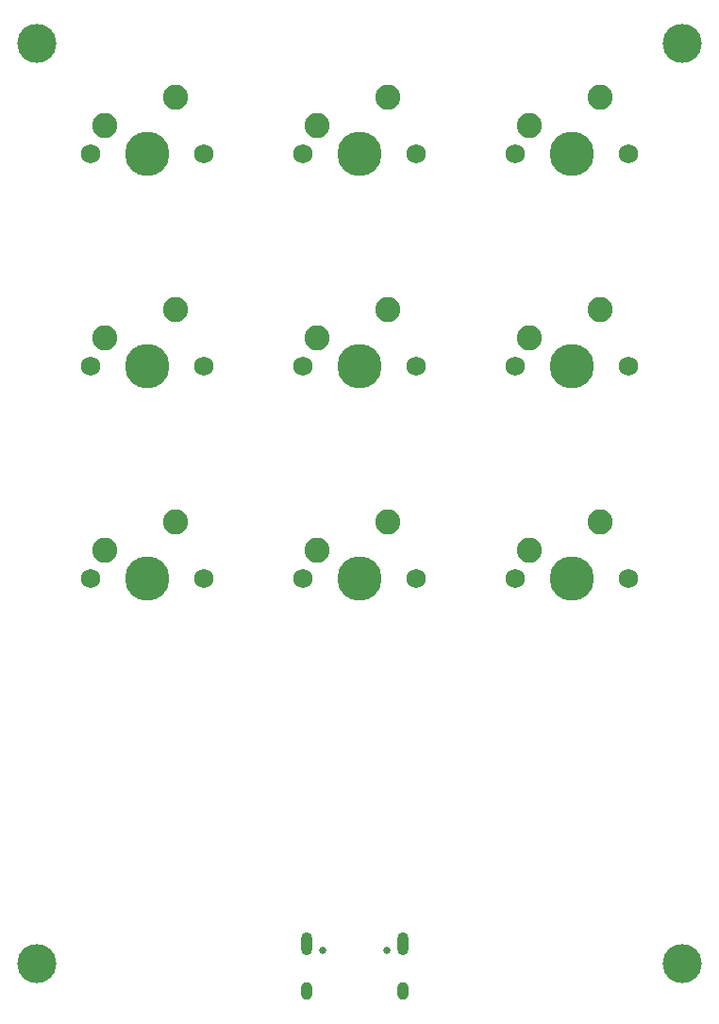
<source format=gbr>
%TF.GenerationSoftware,KiCad,Pcbnew,(6.0.8)*%
%TF.CreationDate,2022-10-08T14:38:13-07:00*%
%TF.ProjectId,9k-Keypad,396b2d4b-6579-4706-9164-2e6b69636164,rev?*%
%TF.SameCoordinates,Original*%
%TF.FileFunction,Soldermask,Bot*%
%TF.FilePolarity,Negative*%
%FSLAX46Y46*%
G04 Gerber Fmt 4.6, Leading zero omitted, Abs format (unit mm)*
G04 Created by KiCad (PCBNEW (6.0.8)) date 2022-10-08 14:38:13*
%MOMM*%
%LPD*%
G01*
G04 APERTURE LIST*
%ADD10C,3.987800*%
%ADD11C,1.750000*%
%ADD12C,2.250000*%
%ADD13C,3.500000*%
%ADD14C,0.650000*%
%ADD15O,1.000000X2.100000*%
%ADD16O,1.000000X1.600000*%
G04 APERTURE END LIST*
D10*
%TO.C,MX5*%
X114725080Y-98056330D03*
D11*
X109645080Y-98056330D03*
X119805080Y-98056330D03*
D12*
X110915080Y-95516330D03*
X117265080Y-92976330D03*
%TD*%
D13*
%TO.C,REF\u002A\u002A*%
X85725000Y-69056250D03*
%TD*%
D10*
%TO.C,MX8*%
X114725080Y-117106330D03*
D11*
X119805080Y-117106330D03*
X109645080Y-117106330D03*
D12*
X110915080Y-114566330D03*
X117265080Y-112026330D03*
%TD*%
D10*
%TO.C,MX7*%
X95675080Y-117106330D03*
D11*
X90595080Y-117106330D03*
X100755080Y-117106330D03*
D12*
X91865080Y-114566330D03*
X98215080Y-112026330D03*
%TD*%
D13*
%TO.C,REF\u002A\u002A*%
X143668750Y-151606250D03*
%TD*%
D10*
%TO.C,MX9*%
X133775080Y-117106330D03*
D11*
X128695080Y-117106330D03*
X138855080Y-117106330D03*
D12*
X129965080Y-114566330D03*
X136315080Y-112026330D03*
%TD*%
D10*
%TO.C,MX3*%
X133775080Y-79006330D03*
D11*
X138855080Y-79006330D03*
X128695080Y-79006330D03*
D12*
X129965080Y-76466330D03*
X136315080Y-73926330D03*
%TD*%
D14*
%TO.C,J1*%
X117190000Y-150390000D03*
X111410000Y-150390000D03*
D15*
X118620000Y-149860000D03*
D16*
X109980000Y-154040000D03*
X118620000Y-154040000D03*
D15*
X109980000Y-149860000D03*
%TD*%
D11*
%TO.C,MX6*%
X128695080Y-98056330D03*
X138855080Y-98056330D03*
D10*
X133775080Y-98056330D03*
D12*
X129965080Y-95516330D03*
X136315080Y-92976330D03*
%TD*%
D13*
%TO.C,REF\u002A\u002A*%
X143668750Y-69056250D03*
%TD*%
%TO.C,REF\u002A\u002A*%
X85725000Y-151606250D03*
%TD*%
D11*
%TO.C,MX2*%
X119805080Y-79006330D03*
D10*
X114725080Y-79006330D03*
D11*
X109645080Y-79006330D03*
D12*
X110915080Y-76466330D03*
X117265080Y-73926330D03*
%TD*%
D11*
%TO.C,MX4*%
X100755080Y-98056330D03*
X90595080Y-98056330D03*
D10*
X95675080Y-98056330D03*
D12*
X91865080Y-95516330D03*
X98215080Y-92976330D03*
%TD*%
D11*
%TO.C,MX1*%
X100755080Y-79006330D03*
X90595080Y-79006330D03*
D10*
X95675080Y-79006330D03*
D12*
X91865080Y-76466330D03*
X98215080Y-73926330D03*
%TD*%
M02*

</source>
